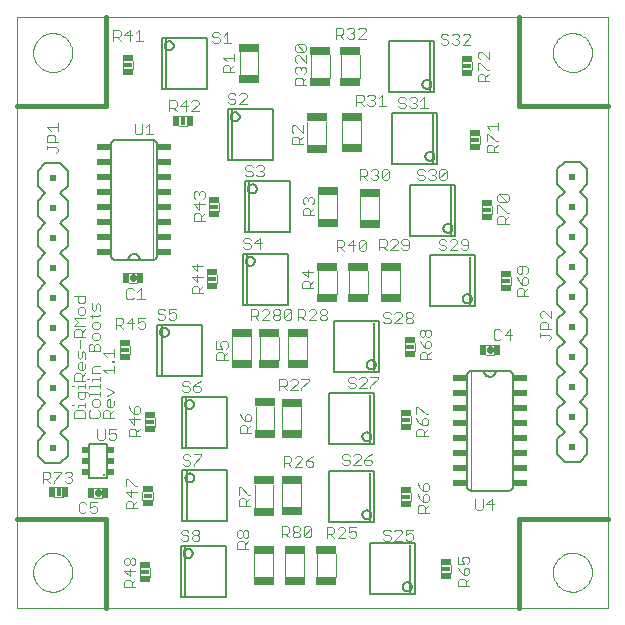
<source format=gto>
G75*
G70*
%OFA0B0*%
%FSLAX24Y24*%
%IPPOS*%
%LPD*%
%AMOC8*
5,1,8,0,0,1.08239X$1,22.5*
%
%ADD10C,0.0000*%
%ADD11C,0.0160*%
%ADD12C,0.0030*%
%ADD13C,0.0060*%
%ADD14C,0.0020*%
%ADD15R,0.0450X0.0200*%
%ADD16C,0.0040*%
%ADD17R,0.0669X0.0295*%
%ADD18C,0.0050*%
%ADD19R,0.0374X0.0197*%
%ADD20R,0.0300X0.0180*%
%ADD21R,0.0197X0.0374*%
%ADD22R,0.0180X0.0300*%
%ADD23C,0.0079*%
%ADD24R,0.0236X0.0197*%
%ADD25C,0.0080*%
%ADD26R,0.0200X0.0200*%
%ADD27C,0.0220*%
D10*
X000180Y000180D02*
X000180Y019865D01*
X019865Y019865D01*
X019865Y000180D01*
X000180Y000180D01*
X000711Y001361D02*
X000713Y001411D01*
X000719Y001461D01*
X000729Y001511D01*
X000742Y001559D01*
X000759Y001607D01*
X000780Y001653D01*
X000804Y001697D01*
X000832Y001739D01*
X000863Y001779D01*
X000897Y001816D01*
X000934Y001851D01*
X000973Y001882D01*
X001014Y001911D01*
X001058Y001936D01*
X001104Y001958D01*
X001151Y001976D01*
X001199Y001990D01*
X001248Y002001D01*
X001298Y002008D01*
X001348Y002011D01*
X001399Y002010D01*
X001449Y002005D01*
X001499Y001996D01*
X001547Y001984D01*
X001595Y001967D01*
X001641Y001947D01*
X001686Y001924D01*
X001729Y001897D01*
X001769Y001867D01*
X001807Y001834D01*
X001842Y001798D01*
X001875Y001759D01*
X001904Y001718D01*
X001930Y001675D01*
X001953Y001630D01*
X001972Y001583D01*
X001987Y001535D01*
X001999Y001486D01*
X002007Y001436D01*
X002011Y001386D01*
X002011Y001336D01*
X002007Y001286D01*
X001999Y001236D01*
X001987Y001187D01*
X001972Y001139D01*
X001953Y001092D01*
X001930Y001047D01*
X001904Y001004D01*
X001875Y000963D01*
X001842Y000924D01*
X001807Y000888D01*
X001769Y000855D01*
X001729Y000825D01*
X001686Y000798D01*
X001641Y000775D01*
X001595Y000755D01*
X001547Y000738D01*
X001499Y000726D01*
X001449Y000717D01*
X001399Y000712D01*
X001348Y000711D01*
X001298Y000714D01*
X001248Y000721D01*
X001199Y000732D01*
X001151Y000746D01*
X001104Y000764D01*
X001058Y000786D01*
X001014Y000811D01*
X000973Y000840D01*
X000934Y000871D01*
X000897Y000906D01*
X000863Y000943D01*
X000832Y000983D01*
X000804Y001025D01*
X000780Y001069D01*
X000759Y001115D01*
X000742Y001163D01*
X000729Y001211D01*
X000719Y001261D01*
X000713Y001311D01*
X000711Y001361D01*
X000711Y018684D02*
X000713Y018734D01*
X000719Y018784D01*
X000729Y018834D01*
X000742Y018882D01*
X000759Y018930D01*
X000780Y018976D01*
X000804Y019020D01*
X000832Y019062D01*
X000863Y019102D01*
X000897Y019139D01*
X000934Y019174D01*
X000973Y019205D01*
X001014Y019234D01*
X001058Y019259D01*
X001104Y019281D01*
X001151Y019299D01*
X001199Y019313D01*
X001248Y019324D01*
X001298Y019331D01*
X001348Y019334D01*
X001399Y019333D01*
X001449Y019328D01*
X001499Y019319D01*
X001547Y019307D01*
X001595Y019290D01*
X001641Y019270D01*
X001686Y019247D01*
X001729Y019220D01*
X001769Y019190D01*
X001807Y019157D01*
X001842Y019121D01*
X001875Y019082D01*
X001904Y019041D01*
X001930Y018998D01*
X001953Y018953D01*
X001972Y018906D01*
X001987Y018858D01*
X001999Y018809D01*
X002007Y018759D01*
X002011Y018709D01*
X002011Y018659D01*
X002007Y018609D01*
X001999Y018559D01*
X001987Y018510D01*
X001972Y018462D01*
X001953Y018415D01*
X001930Y018370D01*
X001904Y018327D01*
X001875Y018286D01*
X001842Y018247D01*
X001807Y018211D01*
X001769Y018178D01*
X001729Y018148D01*
X001686Y018121D01*
X001641Y018098D01*
X001595Y018078D01*
X001547Y018061D01*
X001499Y018049D01*
X001449Y018040D01*
X001399Y018035D01*
X001348Y018034D01*
X001298Y018037D01*
X001248Y018044D01*
X001199Y018055D01*
X001151Y018069D01*
X001104Y018087D01*
X001058Y018109D01*
X001014Y018134D01*
X000973Y018163D01*
X000934Y018194D01*
X000897Y018229D01*
X000863Y018266D01*
X000832Y018306D01*
X000804Y018348D01*
X000780Y018392D01*
X000759Y018438D01*
X000742Y018486D01*
X000729Y018534D01*
X000719Y018584D01*
X000713Y018634D01*
X000711Y018684D01*
X018034Y018684D02*
X018036Y018734D01*
X018042Y018784D01*
X018052Y018834D01*
X018065Y018882D01*
X018082Y018930D01*
X018103Y018976D01*
X018127Y019020D01*
X018155Y019062D01*
X018186Y019102D01*
X018220Y019139D01*
X018257Y019174D01*
X018296Y019205D01*
X018337Y019234D01*
X018381Y019259D01*
X018427Y019281D01*
X018474Y019299D01*
X018522Y019313D01*
X018571Y019324D01*
X018621Y019331D01*
X018671Y019334D01*
X018722Y019333D01*
X018772Y019328D01*
X018822Y019319D01*
X018870Y019307D01*
X018918Y019290D01*
X018964Y019270D01*
X019009Y019247D01*
X019052Y019220D01*
X019092Y019190D01*
X019130Y019157D01*
X019165Y019121D01*
X019198Y019082D01*
X019227Y019041D01*
X019253Y018998D01*
X019276Y018953D01*
X019295Y018906D01*
X019310Y018858D01*
X019322Y018809D01*
X019330Y018759D01*
X019334Y018709D01*
X019334Y018659D01*
X019330Y018609D01*
X019322Y018559D01*
X019310Y018510D01*
X019295Y018462D01*
X019276Y018415D01*
X019253Y018370D01*
X019227Y018327D01*
X019198Y018286D01*
X019165Y018247D01*
X019130Y018211D01*
X019092Y018178D01*
X019052Y018148D01*
X019009Y018121D01*
X018964Y018098D01*
X018918Y018078D01*
X018870Y018061D01*
X018822Y018049D01*
X018772Y018040D01*
X018722Y018035D01*
X018671Y018034D01*
X018621Y018037D01*
X018571Y018044D01*
X018522Y018055D01*
X018474Y018069D01*
X018427Y018087D01*
X018381Y018109D01*
X018337Y018134D01*
X018296Y018163D01*
X018257Y018194D01*
X018220Y018229D01*
X018186Y018266D01*
X018155Y018306D01*
X018127Y018348D01*
X018103Y018392D01*
X018082Y018438D01*
X018065Y018486D01*
X018052Y018534D01*
X018042Y018584D01*
X018036Y018634D01*
X018034Y018684D01*
X018034Y001361D02*
X018036Y001411D01*
X018042Y001461D01*
X018052Y001511D01*
X018065Y001559D01*
X018082Y001607D01*
X018103Y001653D01*
X018127Y001697D01*
X018155Y001739D01*
X018186Y001779D01*
X018220Y001816D01*
X018257Y001851D01*
X018296Y001882D01*
X018337Y001911D01*
X018381Y001936D01*
X018427Y001958D01*
X018474Y001976D01*
X018522Y001990D01*
X018571Y002001D01*
X018621Y002008D01*
X018671Y002011D01*
X018722Y002010D01*
X018772Y002005D01*
X018822Y001996D01*
X018870Y001984D01*
X018918Y001967D01*
X018964Y001947D01*
X019009Y001924D01*
X019052Y001897D01*
X019092Y001867D01*
X019130Y001834D01*
X019165Y001798D01*
X019198Y001759D01*
X019227Y001718D01*
X019253Y001675D01*
X019276Y001630D01*
X019295Y001583D01*
X019310Y001535D01*
X019322Y001486D01*
X019330Y001436D01*
X019334Y001386D01*
X019334Y001336D01*
X019330Y001286D01*
X019322Y001236D01*
X019310Y001187D01*
X019295Y001139D01*
X019276Y001092D01*
X019253Y001047D01*
X019227Y001004D01*
X019198Y000963D01*
X019165Y000924D01*
X019130Y000888D01*
X019092Y000855D01*
X019052Y000825D01*
X019009Y000798D01*
X018964Y000775D01*
X018918Y000755D01*
X018870Y000738D01*
X018822Y000726D01*
X018772Y000717D01*
X018722Y000712D01*
X018671Y000711D01*
X018621Y000714D01*
X018571Y000721D01*
X018522Y000732D01*
X018474Y000746D01*
X018427Y000764D01*
X018381Y000786D01*
X018337Y000811D01*
X018296Y000840D01*
X018257Y000871D01*
X018220Y000906D01*
X018186Y000943D01*
X018155Y000983D01*
X018127Y001025D01*
X018103Y001069D01*
X018082Y001115D01*
X018065Y001163D01*
X018052Y001211D01*
X018042Y001261D01*
X018036Y001311D01*
X018034Y001361D01*
D11*
X016912Y000180D02*
X016912Y003133D01*
X019865Y003133D01*
X019865Y016912D02*
X016912Y016912D01*
X016912Y019865D01*
X003133Y019865D02*
X003133Y016912D01*
X000180Y016912D01*
X000180Y003133D02*
X003133Y003133D01*
X003133Y000180D01*
D12*
X003749Y000865D02*
X003749Y001050D01*
X003810Y001112D01*
X003934Y001112D01*
X003995Y001050D01*
X003995Y000865D01*
X003995Y000988D02*
X004119Y001112D01*
X003934Y001233D02*
X003934Y001480D01*
X003995Y001601D02*
X003934Y001663D01*
X003934Y001786D01*
X003995Y001848D01*
X004057Y001848D01*
X004119Y001786D01*
X004119Y001663D01*
X004057Y001601D01*
X003995Y001601D01*
X003934Y001663D02*
X003872Y001601D01*
X003810Y001601D01*
X003749Y001663D01*
X003749Y001786D01*
X003810Y001848D01*
X003872Y001848D01*
X003934Y001786D01*
X004119Y001418D02*
X003749Y001418D01*
X003934Y001233D01*
X004119Y000865D02*
X003749Y000865D01*
X005637Y002470D02*
X005699Y002408D01*
X005822Y002408D01*
X005884Y002470D01*
X005884Y002531D01*
X005822Y002593D01*
X005699Y002593D01*
X005637Y002655D01*
X005637Y002717D01*
X005699Y002778D01*
X005822Y002778D01*
X005884Y002717D01*
X006005Y002717D02*
X006005Y002655D01*
X006067Y002593D01*
X006191Y002593D01*
X006252Y002531D01*
X006252Y002470D01*
X006191Y002408D01*
X006067Y002408D01*
X006005Y002470D01*
X006005Y002531D01*
X006067Y002593D01*
X006191Y002593D02*
X006252Y002655D01*
X006252Y002717D01*
X006191Y002778D01*
X006067Y002778D01*
X006005Y002717D01*
X007512Y002701D02*
X007512Y002578D01*
X007574Y002516D01*
X007636Y002516D01*
X007697Y002578D01*
X007697Y002701D01*
X007759Y002763D01*
X007821Y002763D01*
X007882Y002701D01*
X007882Y002578D01*
X007821Y002516D01*
X007759Y002516D01*
X007697Y002578D01*
X007697Y002701D02*
X007636Y002763D01*
X007574Y002763D01*
X007512Y002701D01*
X007574Y002395D02*
X007697Y002395D01*
X007759Y002333D01*
X007759Y002148D01*
X007759Y002271D02*
X007882Y002395D01*
X007882Y002148D02*
X007512Y002148D01*
X007512Y002333D01*
X007574Y002395D01*
X007562Y003580D02*
X007562Y003765D01*
X007623Y003827D01*
X007747Y003827D01*
X007808Y003765D01*
X007808Y003580D01*
X007808Y003704D02*
X007932Y003827D01*
X007932Y003949D02*
X007870Y003949D01*
X007623Y004195D01*
X007562Y004195D01*
X007562Y003949D01*
X007562Y003580D02*
X007932Y003580D01*
X008988Y002894D02*
X008988Y002523D01*
X008988Y002647D02*
X009173Y002647D01*
X009235Y002708D01*
X009235Y002832D01*
X009173Y002894D01*
X008988Y002894D01*
X009111Y002647D02*
X009235Y002523D01*
X009356Y002585D02*
X009356Y002647D01*
X009418Y002708D01*
X009541Y002708D01*
X009603Y002647D01*
X009603Y002585D01*
X009541Y002523D01*
X009418Y002523D01*
X009356Y002585D01*
X009418Y002708D02*
X009356Y002770D01*
X009356Y002832D01*
X009418Y002894D01*
X009541Y002894D01*
X009603Y002832D01*
X009603Y002770D01*
X009541Y002708D01*
X009725Y002585D02*
X009971Y002832D01*
X009971Y002585D01*
X009910Y002523D01*
X009786Y002523D01*
X009725Y002585D01*
X009725Y002832D01*
X009786Y002894D01*
X009910Y002894D01*
X009971Y002832D01*
X010495Y002875D02*
X010495Y002505D01*
X010495Y002628D02*
X010680Y002628D01*
X010742Y002690D01*
X010742Y002814D01*
X010680Y002875D01*
X010495Y002875D01*
X010618Y002628D02*
X010742Y002505D01*
X010863Y002505D02*
X011110Y002752D01*
X011110Y002814D01*
X011048Y002875D01*
X010925Y002875D01*
X010863Y002814D01*
X010863Y002505D02*
X011110Y002505D01*
X011232Y002567D02*
X011293Y002505D01*
X011417Y002505D01*
X011479Y002567D01*
X011479Y002690D01*
X011417Y002752D01*
X011355Y002752D01*
X011232Y002690D01*
X011232Y002875D01*
X011479Y002875D01*
X012385Y002724D02*
X012385Y002662D01*
X012447Y002600D01*
X012570Y002600D01*
X012632Y002538D01*
X012632Y002477D01*
X012570Y002415D01*
X012447Y002415D01*
X012385Y002477D01*
X012385Y002724D02*
X012447Y002785D01*
X012570Y002785D01*
X012632Y002724D01*
X012753Y002724D02*
X012815Y002785D01*
X012938Y002785D01*
X013000Y002724D01*
X013000Y002662D01*
X012753Y002415D01*
X013000Y002415D01*
X013122Y002477D02*
X013183Y002415D01*
X013307Y002415D01*
X013369Y002477D01*
X013369Y002600D01*
X013307Y002662D01*
X013245Y002662D01*
X013122Y002600D01*
X013122Y002785D01*
X013369Y002785D01*
X013525Y003340D02*
X013525Y003525D01*
X013586Y003587D01*
X013710Y003587D01*
X013772Y003525D01*
X013772Y003340D01*
X013895Y003340D02*
X013525Y003340D01*
X013772Y003463D02*
X013895Y003587D01*
X013833Y003708D02*
X013710Y003708D01*
X013710Y003894D01*
X013772Y003955D01*
X013833Y003955D01*
X013895Y003894D01*
X013895Y003770D01*
X013833Y003708D01*
X013710Y003708D02*
X013586Y003832D01*
X013525Y003955D01*
X013710Y004077D02*
X013586Y004200D01*
X013525Y004324D01*
X013710Y004262D02*
X013710Y004077D01*
X013833Y004077D01*
X013895Y004138D01*
X013895Y004262D01*
X013833Y004324D01*
X013772Y004324D01*
X013710Y004262D01*
X013732Y005890D02*
X013732Y006075D01*
X013670Y006137D01*
X013546Y006137D01*
X013485Y006075D01*
X013485Y005890D01*
X013855Y005890D01*
X013732Y006013D02*
X013855Y006137D01*
X013793Y006258D02*
X013855Y006320D01*
X013855Y006444D01*
X013793Y006505D01*
X013732Y006505D01*
X013670Y006444D01*
X013670Y006258D01*
X013793Y006258D01*
X013670Y006258D02*
X013546Y006382D01*
X013485Y006505D01*
X013485Y006627D02*
X013485Y006874D01*
X013546Y006874D01*
X013793Y006627D01*
X013855Y006627D01*
X013842Y008465D02*
X013842Y008650D01*
X013780Y008712D01*
X013656Y008712D01*
X013595Y008650D01*
X013595Y008465D01*
X013965Y008465D01*
X013842Y008588D02*
X013965Y008712D01*
X013903Y008833D02*
X013780Y008833D01*
X013780Y009018D01*
X013842Y009080D01*
X013903Y009080D01*
X013965Y009018D01*
X013965Y008895D01*
X013903Y008833D01*
X013780Y008833D02*
X013656Y008957D01*
X013595Y009080D01*
X013656Y009202D02*
X013595Y009263D01*
X013595Y009387D01*
X013656Y009449D01*
X013718Y009449D01*
X013780Y009387D01*
X013780Y009263D01*
X013718Y009202D01*
X013656Y009202D01*
X013780Y009263D02*
X013842Y009202D01*
X013903Y009202D01*
X013965Y009263D01*
X013965Y009387D01*
X013903Y009449D01*
X013842Y009449D01*
X013780Y009387D01*
X013369Y009717D02*
X013307Y009655D01*
X013183Y009655D01*
X013122Y009717D01*
X013122Y009778D01*
X013183Y009840D01*
X013307Y009840D01*
X013369Y009778D01*
X013369Y009717D01*
X013307Y009840D02*
X013369Y009902D01*
X013369Y009964D01*
X013307Y010025D01*
X013183Y010025D01*
X013122Y009964D01*
X013122Y009902D01*
X013183Y009840D01*
X013000Y009902D02*
X013000Y009964D01*
X012938Y010025D01*
X012815Y010025D01*
X012753Y009964D01*
X012632Y009964D02*
X012570Y010025D01*
X012447Y010025D01*
X012385Y009964D01*
X012385Y009902D01*
X012447Y009840D01*
X012570Y009840D01*
X012632Y009778D01*
X012632Y009717D01*
X012570Y009655D01*
X012447Y009655D01*
X012385Y009717D01*
X012753Y009655D02*
X013000Y009902D01*
X013000Y009655D02*
X012753Y009655D01*
X012199Y007865D02*
X011952Y007865D01*
X011830Y007804D02*
X011768Y007865D01*
X011645Y007865D01*
X011583Y007804D01*
X011462Y007804D02*
X011400Y007865D01*
X011277Y007865D01*
X011215Y007804D01*
X011215Y007742D01*
X011277Y007680D01*
X011400Y007680D01*
X011462Y007618D01*
X011462Y007557D01*
X011400Y007495D01*
X011277Y007495D01*
X011215Y007557D01*
X011583Y007495D02*
X011830Y007742D01*
X011830Y007804D01*
X011952Y007557D02*
X011952Y007495D01*
X011952Y007557D02*
X012199Y007804D01*
X012199Y007865D01*
X011830Y007495D02*
X011583Y007495D01*
X009899Y007744D02*
X009652Y007497D01*
X009652Y007435D01*
X009530Y007435D02*
X009283Y007435D01*
X009530Y007682D01*
X009530Y007744D01*
X009468Y007805D01*
X009345Y007805D01*
X009283Y007744D01*
X009162Y007744D02*
X009162Y007620D01*
X009100Y007558D01*
X008915Y007558D01*
X008915Y007435D02*
X008915Y007805D01*
X009100Y007805D01*
X009162Y007744D01*
X009038Y007558D02*
X009162Y007435D01*
X009652Y007805D02*
X009899Y007805D01*
X009899Y007744D01*
X009893Y009755D02*
X010140Y010002D01*
X010140Y010064D01*
X010078Y010125D01*
X009955Y010125D01*
X009893Y010064D01*
X009772Y010064D02*
X009772Y009940D01*
X009710Y009878D01*
X009525Y009878D01*
X009525Y009755D02*
X009525Y010125D01*
X009710Y010125D01*
X009772Y010064D01*
X009648Y009878D02*
X009772Y009755D01*
X009893Y009755D02*
X010140Y009755D01*
X010262Y009817D02*
X010262Y009878D01*
X010323Y009940D01*
X010447Y009940D01*
X010509Y009878D01*
X010509Y009817D01*
X010447Y009755D01*
X010323Y009755D01*
X010262Y009817D01*
X010323Y009940D02*
X010262Y010002D01*
X010262Y010064D01*
X010323Y010125D01*
X010447Y010125D01*
X010509Y010064D01*
X010509Y010002D01*
X010447Y009940D01*
X010048Y010824D02*
X009678Y010824D01*
X009678Y011009D01*
X009740Y011071D01*
X009863Y011071D01*
X009925Y011009D01*
X009925Y010824D01*
X009925Y010948D02*
X010048Y011071D01*
X009863Y011193D02*
X009863Y011439D01*
X009678Y011378D02*
X009863Y011193D01*
X010048Y011378D02*
X009678Y011378D01*
X010824Y012077D02*
X010824Y012448D01*
X011009Y012448D01*
X011071Y012386D01*
X011071Y012262D01*
X011009Y012201D01*
X010824Y012201D01*
X010948Y012201D02*
X011071Y012077D01*
X011193Y012262D02*
X011439Y012262D01*
X011561Y012139D02*
X011561Y012386D01*
X011623Y012448D01*
X011746Y012448D01*
X011808Y012386D01*
X011561Y012139D01*
X011623Y012077D01*
X011746Y012077D01*
X011808Y012139D01*
X011808Y012386D01*
X011378Y012448D02*
X011378Y012077D01*
X011193Y012262D02*
X011378Y012448D01*
X012245Y012465D02*
X012245Y012095D01*
X012245Y012218D02*
X012430Y012218D01*
X012492Y012280D01*
X012492Y012404D01*
X012430Y012465D01*
X012245Y012465D01*
X012613Y012404D02*
X012675Y012465D01*
X012798Y012465D01*
X012860Y012404D01*
X012860Y012342D01*
X012613Y012095D01*
X012860Y012095D01*
X012982Y012157D02*
X013043Y012095D01*
X013167Y012095D01*
X013229Y012157D01*
X013229Y012404D01*
X013167Y012465D01*
X013043Y012465D01*
X012982Y012404D01*
X012982Y012342D01*
X013043Y012280D01*
X013229Y012280D01*
X012492Y012095D02*
X012368Y012218D01*
X014225Y012157D02*
X014287Y012095D01*
X014410Y012095D01*
X014472Y012157D01*
X014472Y012218D01*
X014410Y012280D01*
X014287Y012280D01*
X014225Y012342D01*
X014225Y012404D01*
X014287Y012465D01*
X014410Y012465D01*
X014472Y012404D01*
X014593Y012404D02*
X014655Y012465D01*
X014778Y012465D01*
X014840Y012404D01*
X014840Y012342D01*
X014593Y012095D01*
X014840Y012095D01*
X014962Y012157D02*
X015023Y012095D01*
X015147Y012095D01*
X015209Y012157D01*
X015209Y012404D01*
X015147Y012465D01*
X015023Y012465D01*
X014962Y012404D01*
X014962Y012342D01*
X015023Y012280D01*
X015209Y012280D01*
X016185Y012975D02*
X016185Y013160D01*
X016246Y013222D01*
X016370Y013222D01*
X016432Y013160D01*
X016432Y012975D01*
X016555Y012975D02*
X016185Y012975D01*
X016432Y013098D02*
X016555Y013222D01*
X016555Y013343D02*
X016493Y013343D01*
X016246Y013590D01*
X016185Y013590D01*
X016185Y013343D01*
X016246Y013712D02*
X016185Y013773D01*
X016185Y013897D01*
X016246Y013959D01*
X016493Y013712D01*
X016555Y013773D01*
X016555Y013897D01*
X016493Y013959D01*
X016246Y013959D01*
X016246Y013712D02*
X016493Y013712D01*
X016195Y015365D02*
X015825Y015365D01*
X015825Y015550D01*
X015886Y015612D01*
X016010Y015612D01*
X016072Y015550D01*
X016072Y015365D01*
X016072Y015488D02*
X016195Y015612D01*
X016195Y015733D02*
X016133Y015733D01*
X015886Y015980D01*
X015825Y015980D01*
X015825Y015733D01*
X015948Y016102D02*
X015825Y016225D01*
X016195Y016225D01*
X016195Y016102D02*
X016195Y016349D01*
X015905Y017735D02*
X015535Y017735D01*
X015535Y017920D01*
X015596Y017982D01*
X015720Y017982D01*
X015782Y017920D01*
X015782Y017735D01*
X015782Y017858D02*
X015905Y017982D01*
X015905Y018103D02*
X015843Y018103D01*
X015596Y018350D01*
X015535Y018350D01*
X015535Y018103D01*
X015596Y018472D02*
X015535Y018533D01*
X015535Y018657D01*
X015596Y018719D01*
X015658Y018719D01*
X015905Y018472D01*
X015905Y018719D01*
X015279Y018945D02*
X015032Y018945D01*
X015279Y019192D01*
X015279Y019254D01*
X015217Y019315D01*
X015093Y019315D01*
X015032Y019254D01*
X014910Y019254D02*
X014910Y019192D01*
X014848Y019130D01*
X014910Y019068D01*
X014910Y019007D01*
X014848Y018945D01*
X014725Y018945D01*
X014663Y019007D01*
X014542Y019007D02*
X014542Y019068D01*
X014480Y019130D01*
X014357Y019130D01*
X014295Y019192D01*
X014295Y019254D01*
X014357Y019315D01*
X014480Y019315D01*
X014542Y019254D01*
X014663Y019254D02*
X014725Y019315D01*
X014848Y019315D01*
X014910Y019254D01*
X014848Y019130D02*
X014787Y019130D01*
X014542Y019007D02*
X014480Y018945D01*
X014357Y018945D01*
X014295Y019007D01*
X013735Y017195D02*
X013612Y017072D01*
X013490Y017072D02*
X013428Y017010D01*
X013490Y016948D01*
X013490Y016887D01*
X013428Y016825D01*
X013305Y016825D01*
X013243Y016887D01*
X013122Y016887D02*
X013060Y016825D01*
X012937Y016825D01*
X012875Y016887D01*
X012937Y017010D02*
X013060Y017010D01*
X013122Y016948D01*
X013122Y016887D01*
X012937Y017010D02*
X012875Y017072D01*
X012875Y017134D01*
X012937Y017195D01*
X013060Y017195D01*
X013122Y017134D01*
X013243Y017134D02*
X013305Y017195D01*
X013428Y017195D01*
X013490Y017134D01*
X013490Y017072D01*
X013428Y017010D02*
X013367Y017010D01*
X013612Y016825D02*
X013859Y016825D01*
X013735Y016825D02*
X013735Y017195D01*
X012469Y016915D02*
X012222Y016915D01*
X012345Y016915D02*
X012345Y017285D01*
X012222Y017162D01*
X012100Y017162D02*
X012038Y017100D01*
X012100Y017038D01*
X012100Y016977D01*
X012038Y016915D01*
X011915Y016915D01*
X011853Y016977D01*
X011732Y016915D02*
X011608Y017038D01*
X011670Y017038D02*
X011485Y017038D01*
X011485Y016915D02*
X011485Y017285D01*
X011670Y017285D01*
X011732Y017224D01*
X011732Y017100D01*
X011670Y017038D01*
X011853Y017224D02*
X011915Y017285D01*
X012038Y017285D01*
X012100Y017224D01*
X012100Y017162D01*
X012038Y017100D02*
X011977Y017100D01*
X011789Y019145D02*
X011542Y019145D01*
X011789Y019392D01*
X011789Y019454D01*
X011727Y019515D01*
X011603Y019515D01*
X011542Y019454D01*
X011420Y019454D02*
X011420Y019392D01*
X011358Y019330D01*
X011420Y019268D01*
X011420Y019207D01*
X011358Y019145D01*
X011235Y019145D01*
X011173Y019207D01*
X011052Y019145D02*
X010928Y019268D01*
X010990Y019268D02*
X010805Y019268D01*
X010805Y019145D02*
X010805Y019515D01*
X010990Y019515D01*
X011052Y019454D01*
X011052Y019330D01*
X010990Y019268D01*
X011173Y019454D02*
X011235Y019515D01*
X011358Y019515D01*
X011420Y019454D01*
X011358Y019330D02*
X011297Y019330D01*
X009815Y018895D02*
X009815Y018772D01*
X009753Y018710D01*
X009506Y018957D01*
X009753Y018957D01*
X009815Y018895D01*
X009753Y018710D02*
X009506Y018710D01*
X009445Y018772D01*
X009445Y018895D01*
X009506Y018957D01*
X009506Y018589D02*
X009445Y018527D01*
X009445Y018403D01*
X009506Y018342D01*
X009506Y018220D02*
X009568Y018220D01*
X009630Y018158D01*
X009692Y018220D01*
X009753Y018220D01*
X009815Y018158D01*
X009815Y018035D01*
X009753Y017973D01*
X009815Y017852D02*
X009692Y017728D01*
X009692Y017790D02*
X009692Y017605D01*
X009815Y017605D02*
X009445Y017605D01*
X009445Y017790D01*
X009506Y017852D01*
X009630Y017852D01*
X009692Y017790D01*
X009506Y017973D02*
X009445Y018035D01*
X009445Y018158D01*
X009506Y018220D01*
X009630Y018158D02*
X009630Y018097D01*
X009815Y018342D02*
X009568Y018589D01*
X009506Y018589D01*
X009815Y018589D02*
X009815Y018342D01*
X007822Y017274D02*
X007822Y017212D01*
X007575Y016965D01*
X007822Y016965D01*
X007822Y017274D02*
X007760Y017336D01*
X007636Y017336D01*
X007575Y017274D01*
X007453Y017274D02*
X007392Y017336D01*
X007268Y017336D01*
X007206Y017274D01*
X007206Y017212D01*
X007268Y017151D01*
X007392Y017151D01*
X007453Y017089D01*
X007453Y017027D01*
X007392Y016965D01*
X007268Y016965D01*
X007206Y017027D01*
X006233Y017032D02*
X006172Y017094D01*
X006048Y017094D01*
X005986Y017032D01*
X005865Y016909D02*
X005618Y016909D01*
X005803Y017094D01*
X005803Y016724D01*
X005986Y016724D02*
X006233Y016971D01*
X006233Y017032D01*
X006233Y016724D02*
X005986Y016724D01*
X005497Y016724D02*
X005373Y016847D01*
X005435Y016847D02*
X005250Y016847D01*
X005250Y016724D02*
X005250Y017094D01*
X005435Y017094D01*
X005497Y017032D01*
X005497Y016909D01*
X005435Y016847D01*
X007031Y018025D02*
X007031Y018210D01*
X007093Y018271D01*
X007217Y018271D01*
X007278Y018210D01*
X007278Y018025D01*
X007278Y018148D02*
X007402Y018271D01*
X007402Y018393D02*
X007402Y018640D01*
X007402Y018516D02*
X007031Y018516D01*
X007155Y018393D01*
X007031Y018025D02*
X007402Y018025D01*
X007302Y019005D02*
X007055Y019005D01*
X007178Y019005D02*
X007178Y019375D01*
X007055Y019251D01*
X006933Y019313D02*
X006872Y019375D01*
X006748Y019375D01*
X006686Y019313D01*
X006686Y019251D01*
X006748Y019190D01*
X006872Y019190D01*
X006933Y019128D01*
X006933Y019066D01*
X006872Y019005D01*
X006748Y019005D01*
X006686Y019066D01*
X004369Y019075D02*
X004122Y019075D01*
X004245Y019075D02*
X004245Y019445D01*
X004122Y019322D01*
X004000Y019260D02*
X003753Y019260D01*
X003938Y019445D01*
X003938Y019075D01*
X003632Y019075D02*
X003508Y019198D01*
X003570Y019198D02*
X003385Y019198D01*
X003385Y019075D02*
X003385Y019445D01*
X003570Y019445D01*
X003632Y019384D01*
X003632Y019260D01*
X003570Y019198D01*
X007840Y014927D02*
X007778Y014865D01*
X007778Y014803D01*
X007840Y014742D01*
X007964Y014742D01*
X008025Y014680D01*
X008025Y014618D01*
X007964Y014556D01*
X007840Y014556D01*
X007778Y014618D01*
X007840Y014927D02*
X007964Y014927D01*
X008025Y014865D01*
X008147Y014865D02*
X008208Y014927D01*
X008332Y014927D01*
X008394Y014865D01*
X008394Y014803D01*
X008332Y014742D01*
X008394Y014680D01*
X008394Y014618D01*
X008332Y014556D01*
X008208Y014556D01*
X008147Y014618D01*
X008270Y014742D02*
X008332Y014742D01*
X009321Y015639D02*
X009321Y015824D01*
X009383Y015885D01*
X009507Y015885D01*
X009568Y015824D01*
X009568Y015639D01*
X009568Y015762D02*
X009692Y015885D01*
X009692Y016007D02*
X009445Y016254D01*
X009383Y016254D01*
X009321Y016192D01*
X009321Y016069D01*
X009383Y016007D01*
X009321Y015639D02*
X009692Y015639D01*
X009692Y016007D02*
X009692Y016254D01*
X011595Y014805D02*
X011595Y014435D01*
X011595Y014558D02*
X011780Y014558D01*
X011842Y014620D01*
X011842Y014744D01*
X011780Y014805D01*
X011595Y014805D01*
X011718Y014558D02*
X011842Y014435D01*
X011963Y014497D02*
X012025Y014435D01*
X012148Y014435D01*
X012210Y014497D01*
X012210Y014558D01*
X012148Y014620D01*
X012087Y014620D01*
X012148Y014620D02*
X012210Y014682D01*
X012210Y014744D01*
X012148Y014805D01*
X012025Y014805D01*
X011963Y014744D01*
X012332Y014744D02*
X012332Y014497D01*
X012579Y014744D01*
X012579Y014497D01*
X012517Y014435D01*
X012393Y014435D01*
X012332Y014497D01*
X012332Y014744D02*
X012393Y014805D01*
X012517Y014805D01*
X012579Y014744D01*
X013515Y014734D02*
X013515Y014672D01*
X013577Y014610D01*
X013700Y014610D01*
X013762Y014548D01*
X013762Y014487D01*
X013700Y014425D01*
X013577Y014425D01*
X013515Y014487D01*
X013515Y014734D02*
X013577Y014795D01*
X013700Y014795D01*
X013762Y014734D01*
X013883Y014734D02*
X013945Y014795D01*
X014068Y014795D01*
X014130Y014734D01*
X014130Y014672D01*
X014068Y014610D01*
X014130Y014548D01*
X014130Y014487D01*
X014068Y014425D01*
X013945Y014425D01*
X013883Y014487D01*
X014007Y014610D02*
X014068Y014610D01*
X014252Y014487D02*
X014313Y014425D01*
X014437Y014425D01*
X014499Y014487D01*
X014499Y014734D01*
X014252Y014487D01*
X014252Y014734D01*
X014313Y014795D01*
X014437Y014795D01*
X014499Y014734D01*
X016896Y011564D02*
X016835Y011502D01*
X016835Y011378D01*
X016896Y011317D01*
X016958Y011317D01*
X017020Y011378D01*
X017020Y011564D01*
X017143Y011564D02*
X016896Y011564D01*
X017143Y011564D02*
X017205Y011502D01*
X017205Y011378D01*
X017143Y011317D01*
X017143Y011195D02*
X017082Y011195D01*
X017020Y011134D01*
X017020Y010948D01*
X017143Y010948D01*
X017205Y011010D01*
X017205Y011134D01*
X017143Y011195D01*
X016896Y011072D02*
X017020Y010948D01*
X017020Y010827D02*
X017082Y010765D01*
X017082Y010580D01*
X017205Y010580D02*
X016835Y010580D01*
X016835Y010765D01*
X016896Y010827D01*
X017020Y010827D01*
X017082Y010703D02*
X017205Y010827D01*
X016896Y011072D02*
X016835Y011195D01*
X016608Y009465D02*
X016423Y009280D01*
X016670Y009280D01*
X016608Y009095D02*
X016608Y009465D01*
X016302Y009404D02*
X016240Y009465D01*
X016117Y009465D01*
X016055Y009404D01*
X016055Y009157D01*
X016117Y009095D01*
X016240Y009095D01*
X016302Y009157D01*
X011999Y005305D02*
X011875Y005244D01*
X011752Y005120D01*
X011937Y005120D01*
X011999Y005058D01*
X011999Y004997D01*
X011937Y004935D01*
X011813Y004935D01*
X011752Y004997D01*
X011752Y005120D01*
X011630Y005182D02*
X011630Y005244D01*
X011568Y005305D01*
X011445Y005305D01*
X011383Y005244D01*
X011262Y005244D02*
X011200Y005305D01*
X011077Y005305D01*
X011015Y005244D01*
X011015Y005182D01*
X011077Y005120D01*
X011200Y005120D01*
X011262Y005058D01*
X011262Y004997D01*
X011200Y004935D01*
X011077Y004935D01*
X011015Y004997D01*
X011383Y004935D02*
X011630Y005182D01*
X011630Y004935D02*
X011383Y004935D01*
X010049Y004937D02*
X010049Y004998D01*
X009987Y005060D01*
X009802Y005060D01*
X009802Y004937D01*
X009863Y004875D01*
X009987Y004875D01*
X010049Y004937D01*
X009802Y005060D02*
X009925Y005184D01*
X010049Y005245D01*
X009680Y005184D02*
X009618Y005245D01*
X009495Y005245D01*
X009433Y005184D01*
X009312Y005184D02*
X009250Y005245D01*
X009065Y005245D01*
X009065Y004875D01*
X009065Y004998D02*
X009250Y004998D01*
X009312Y005060D01*
X009312Y005184D01*
X009188Y004998D02*
X009312Y004875D01*
X009433Y004875D02*
X009680Y005122D01*
X009680Y005184D01*
X009680Y004875D02*
X009433Y004875D01*
X007970Y006020D02*
X007600Y006020D01*
X007600Y006205D01*
X007662Y006267D01*
X007785Y006267D01*
X007847Y006205D01*
X007847Y006020D01*
X007847Y006143D02*
X007970Y006267D01*
X007908Y006388D02*
X007970Y006450D01*
X007970Y006573D01*
X007908Y006635D01*
X007847Y006635D01*
X007785Y006573D01*
X007785Y006388D01*
X007908Y006388D01*
X007785Y006388D02*
X007662Y006512D01*
X007600Y006635D01*
X006300Y007432D02*
X006238Y007370D01*
X006115Y007370D01*
X006053Y007432D01*
X006053Y007555D01*
X006238Y007555D01*
X006300Y007493D01*
X006300Y007432D01*
X006177Y007678D02*
X006053Y007555D01*
X005932Y007493D02*
X005932Y007432D01*
X005870Y007370D01*
X005746Y007370D01*
X005685Y007432D01*
X005746Y007555D02*
X005870Y007555D01*
X005932Y007493D01*
X005932Y007678D02*
X005870Y007740D01*
X005746Y007740D01*
X005685Y007678D01*
X005685Y007617D01*
X005746Y007555D01*
X006177Y007678D02*
X006300Y007740D01*
X006819Y008452D02*
X006819Y008637D01*
X006880Y008699D01*
X007004Y008699D01*
X007066Y008637D01*
X007066Y008452D01*
X007189Y008452D02*
X006819Y008452D01*
X007066Y008575D02*
X007189Y008699D01*
X007127Y008820D02*
X007189Y008882D01*
X007189Y009005D01*
X007127Y009067D01*
X007004Y009067D01*
X006942Y009005D01*
X006942Y008944D01*
X007004Y008820D01*
X006819Y008820D01*
X006819Y009067D01*
X007965Y009765D02*
X007965Y010135D01*
X008150Y010135D01*
X008212Y010074D01*
X008212Y009950D01*
X008150Y009888D01*
X007965Y009888D01*
X008088Y009888D02*
X008212Y009765D01*
X008333Y009765D02*
X008580Y010012D01*
X008580Y010074D01*
X008518Y010135D01*
X008395Y010135D01*
X008333Y010074D01*
X008333Y009765D02*
X008580Y009765D01*
X008702Y009827D02*
X008702Y009888D01*
X008763Y009950D01*
X008887Y009950D01*
X008949Y009888D01*
X008949Y009827D01*
X008887Y009765D01*
X008763Y009765D01*
X008702Y009827D01*
X008763Y009950D02*
X008702Y010012D01*
X008702Y010074D01*
X008763Y010135D01*
X008887Y010135D01*
X008949Y010074D01*
X008949Y010012D01*
X008887Y009950D01*
X009070Y009827D02*
X009132Y009765D01*
X009255Y009765D01*
X009317Y009827D01*
X009317Y010074D01*
X009070Y009827D01*
X009070Y010074D01*
X009132Y010135D01*
X009255Y010135D01*
X009317Y010074D01*
X008267Y012144D02*
X008267Y012515D01*
X008081Y012329D01*
X008328Y012329D01*
X007960Y012268D02*
X007960Y012206D01*
X007898Y012144D01*
X007775Y012144D01*
X007713Y012206D01*
X007775Y012329D02*
X007898Y012329D01*
X007960Y012268D01*
X007960Y012453D02*
X007898Y012515D01*
X007775Y012515D01*
X007713Y012453D01*
X007713Y012391D01*
X007775Y012329D01*
X006425Y013082D02*
X006055Y013082D01*
X006055Y013267D01*
X006117Y013329D01*
X006240Y013329D01*
X006302Y013267D01*
X006302Y013082D01*
X006302Y013205D02*
X006425Y013329D01*
X006240Y013450D02*
X006240Y013697D01*
X006363Y013819D02*
X006425Y013880D01*
X006425Y014004D01*
X006363Y014066D01*
X006302Y014066D01*
X006240Y014004D01*
X006240Y013942D01*
X006240Y014004D02*
X006178Y014066D01*
X006117Y014066D01*
X006055Y014004D01*
X006055Y013880D01*
X006117Y013819D01*
X006055Y013635D02*
X006240Y013450D01*
X006425Y013635D02*
X006055Y013635D01*
X006179Y011638D02*
X006179Y011391D01*
X005994Y011576D01*
X006365Y011576D01*
X006179Y011269D02*
X006179Y011023D01*
X005994Y011208D01*
X006365Y011208D01*
X006365Y010901D02*
X006241Y010778D01*
X006241Y010839D02*
X006241Y010654D01*
X006365Y010654D02*
X005994Y010654D01*
X005994Y010839D01*
X006056Y010901D01*
X006179Y010901D01*
X006241Y010839D01*
X005469Y010152D02*
X005222Y010152D01*
X005222Y009967D01*
X005345Y010029D01*
X005407Y010029D01*
X005469Y009967D01*
X005469Y009844D01*
X005407Y009782D01*
X005284Y009782D01*
X005222Y009844D01*
X005101Y009844D02*
X005039Y009782D01*
X004915Y009782D01*
X004854Y009844D01*
X004915Y009967D02*
X005039Y009967D01*
X005101Y009905D01*
X005101Y009844D01*
X004915Y009967D02*
X004854Y010029D01*
X004854Y010091D01*
X004915Y010152D01*
X005039Y010152D01*
X005101Y010091D01*
X004440Y009850D02*
X004193Y009850D01*
X004193Y009665D01*
X004316Y009727D01*
X004378Y009727D01*
X004440Y009665D01*
X004440Y009542D01*
X004378Y009480D01*
X004255Y009480D01*
X004193Y009542D01*
X004072Y009665D02*
X003825Y009665D01*
X004010Y009850D01*
X004010Y009480D01*
X003703Y009480D02*
X003580Y009603D01*
X003642Y009603D02*
X003456Y009603D01*
X003456Y009480D02*
X003456Y009850D01*
X003642Y009850D01*
X003703Y009789D01*
X003703Y009665D01*
X003642Y009603D01*
X002925Y009647D02*
X002925Y009523D01*
X002863Y009462D01*
X002740Y009462D01*
X002678Y009523D01*
X002678Y009647D01*
X002740Y009708D01*
X002863Y009708D01*
X002925Y009647D01*
X002863Y009892D02*
X002616Y009892D01*
X002678Y009953D02*
X002678Y009830D01*
X002863Y009892D02*
X002925Y009953D01*
X002925Y010075D02*
X002925Y010261D01*
X002863Y010322D01*
X002802Y010261D01*
X002802Y010137D01*
X002740Y010075D01*
X002678Y010137D01*
X002678Y010322D01*
X002445Y010383D02*
X002445Y010568D01*
X002075Y010568D01*
X002198Y010568D02*
X002198Y010383D01*
X002260Y010321D01*
X002383Y010321D01*
X002445Y010383D01*
X002383Y010199D02*
X002260Y010199D01*
X002198Y010138D01*
X002198Y010014D01*
X002260Y009953D01*
X002383Y009953D01*
X002445Y010014D01*
X002445Y010138D01*
X002383Y010199D01*
X002445Y009831D02*
X002075Y009831D01*
X002198Y009708D01*
X002075Y009584D01*
X002445Y009584D01*
X002445Y009463D02*
X002322Y009339D01*
X002322Y009401D02*
X002322Y009216D01*
X002445Y009216D02*
X002075Y009216D01*
X002075Y009401D01*
X002136Y009463D01*
X002260Y009463D01*
X002322Y009401D01*
X002260Y009095D02*
X002260Y008848D01*
X002198Y008726D02*
X002198Y008541D01*
X002260Y008479D01*
X002322Y008541D01*
X002322Y008665D01*
X002383Y008726D01*
X002445Y008665D01*
X002445Y008479D01*
X002322Y008358D02*
X002322Y008111D01*
X002383Y008111D02*
X002260Y008111D01*
X002198Y008173D01*
X002198Y008296D01*
X002260Y008358D01*
X002322Y008358D01*
X002445Y008296D02*
X002445Y008173D01*
X002383Y008111D01*
X002445Y007990D02*
X002322Y007866D01*
X002322Y007928D02*
X002322Y007743D01*
X002445Y007743D02*
X002075Y007743D01*
X002075Y007928D01*
X002136Y007990D01*
X002260Y007990D01*
X002322Y007928D01*
X002493Y007804D02*
X002555Y007804D01*
X002678Y007804D02*
X002925Y007804D01*
X002925Y007743D02*
X002925Y007866D01*
X002925Y007988D02*
X002678Y007988D01*
X002678Y008173D01*
X002740Y008235D01*
X002925Y008235D01*
X003035Y008112D02*
X003405Y008112D01*
X003405Y008235D02*
X003405Y007988D01*
X003158Y007988D02*
X003035Y008112D01*
X003343Y008357D02*
X003343Y008418D01*
X003405Y008418D01*
X003405Y008357D01*
X003343Y008357D01*
X003405Y008541D02*
X003405Y008788D01*
X003405Y008664D02*
X003035Y008664D01*
X003158Y008541D01*
X002925Y008725D02*
X002925Y008910D01*
X002863Y008972D01*
X002802Y008972D01*
X002740Y008910D01*
X002740Y008725D01*
X002925Y008725D02*
X002555Y008725D01*
X002555Y008910D01*
X002616Y008972D01*
X002678Y008972D01*
X002740Y008910D01*
X002740Y009093D02*
X002863Y009093D01*
X002925Y009155D01*
X002925Y009278D01*
X002863Y009340D01*
X002740Y009340D01*
X002678Y009278D01*
X002678Y009155D01*
X002740Y009093D01*
X002678Y007804D02*
X002678Y007743D01*
X002555Y007559D02*
X002925Y007559D01*
X002925Y007497D02*
X002925Y007621D01*
X003158Y007499D02*
X003405Y007375D01*
X003158Y007252D01*
X003220Y007130D02*
X003158Y007068D01*
X003158Y006945D01*
X003220Y006883D01*
X003343Y006883D01*
X003405Y006945D01*
X003405Y007068D01*
X003282Y007130D02*
X003282Y006883D01*
X003220Y006762D02*
X003096Y006762D01*
X003035Y006700D01*
X003035Y006515D01*
X003405Y006515D01*
X003282Y006515D02*
X003282Y006700D01*
X003220Y006762D01*
X003282Y006638D02*
X003405Y006762D01*
X003282Y007130D02*
X003220Y007130D01*
X002925Y007068D02*
X002925Y006945D01*
X002863Y006883D01*
X002740Y006883D01*
X002678Y006945D01*
X002678Y007068D01*
X002740Y007130D01*
X002863Y007130D01*
X002925Y007068D01*
X002925Y007252D02*
X002925Y007375D01*
X002925Y007313D02*
X002555Y007313D01*
X002555Y007252D01*
X002568Y007252D02*
X002568Y007314D01*
X002507Y007376D01*
X002198Y007376D01*
X002198Y007191D01*
X002260Y007129D01*
X002383Y007129D01*
X002445Y007191D01*
X002445Y007376D01*
X002445Y007497D02*
X002445Y007621D01*
X002445Y007559D02*
X002198Y007559D01*
X002198Y007497D01*
X002075Y007559D02*
X002013Y007559D01*
X002555Y007559D02*
X002555Y007497D01*
X002445Y007007D02*
X002445Y006883D01*
X002445Y006945D02*
X002198Y006945D01*
X002198Y006883D01*
X002136Y006762D02*
X002075Y006700D01*
X002075Y006515D01*
X002445Y006515D01*
X002445Y006700D01*
X002383Y006762D01*
X002136Y006762D01*
X002075Y006945D02*
X002013Y006945D01*
X002555Y006700D02*
X002555Y006577D01*
X002616Y006515D01*
X002863Y006515D01*
X002925Y006577D01*
X002925Y006700D01*
X002863Y006762D01*
X002616Y006762D02*
X002555Y006700D01*
X003888Y006889D02*
X003949Y006766D01*
X004073Y006642D01*
X004073Y006827D01*
X004134Y006889D01*
X004196Y006889D01*
X004258Y006827D01*
X004258Y006704D01*
X004196Y006642D01*
X004073Y006642D01*
X004073Y006521D02*
X004073Y006274D01*
X003888Y006459D01*
X004258Y006459D01*
X004258Y006152D02*
X004134Y006029D01*
X004134Y006091D02*
X004134Y005905D01*
X004258Y005905D02*
X003888Y005905D01*
X003888Y006091D01*
X003949Y006152D01*
X004073Y006152D01*
X004134Y006091D01*
X003859Y004478D02*
X003798Y004478D01*
X003798Y004231D01*
X003798Y004048D02*
X003983Y003863D01*
X003983Y004110D01*
X004106Y004231D02*
X004168Y004231D01*
X004106Y004231D02*
X003859Y004478D01*
X003798Y004048D02*
X004168Y004048D01*
X004168Y003741D02*
X004044Y003618D01*
X004044Y003680D02*
X004044Y003495D01*
X004168Y003495D02*
X003798Y003495D01*
X003798Y003680D01*
X003859Y003741D01*
X003983Y003741D01*
X004044Y003680D01*
X002844Y003705D02*
X002597Y003705D01*
X002597Y003520D01*
X002720Y003582D01*
X002782Y003582D01*
X002844Y003520D01*
X002844Y003397D01*
X002782Y003335D01*
X002658Y003335D01*
X002597Y003397D01*
X002475Y003397D02*
X002414Y003335D01*
X002290Y003335D01*
X002228Y003397D01*
X002228Y003644D01*
X002290Y003705D01*
X002414Y003705D01*
X002475Y003644D01*
X001944Y004349D02*
X001821Y004349D01*
X001759Y004410D01*
X001882Y004534D02*
X001944Y004534D01*
X002006Y004472D01*
X002006Y004410D01*
X001944Y004349D01*
X001944Y004534D02*
X002006Y004596D01*
X002006Y004657D01*
X001944Y004719D01*
X001821Y004719D01*
X001759Y004657D01*
X001637Y004657D02*
X001391Y004410D01*
X001391Y004349D01*
X001269Y004349D02*
X001146Y004472D01*
X001207Y004472D02*
X001022Y004472D01*
X001022Y004349D02*
X001022Y004719D01*
X001207Y004719D01*
X001269Y004657D01*
X001269Y004534D01*
X001207Y004472D01*
X001391Y004719D02*
X001637Y004719D01*
X001637Y004657D01*
X005700Y004982D02*
X005761Y004920D01*
X005885Y004920D01*
X005947Y004982D01*
X005947Y005044D01*
X005885Y005105D01*
X005761Y005105D01*
X005700Y005167D01*
X005700Y005229D01*
X005761Y005291D01*
X005885Y005291D01*
X005947Y005229D01*
X006068Y005291D02*
X006315Y005291D01*
X006315Y005229D01*
X006068Y004982D01*
X006068Y004920D01*
X004430Y010455D02*
X004183Y010455D01*
X004307Y010455D02*
X004307Y010825D01*
X004183Y010702D01*
X004062Y010764D02*
X004000Y010825D01*
X003877Y010825D01*
X003815Y010764D01*
X003815Y010517D01*
X003877Y010455D01*
X004000Y010455D01*
X004062Y010517D01*
X009694Y013256D02*
X009694Y013442D01*
X009755Y013503D01*
X009879Y013503D01*
X009940Y013442D01*
X009940Y013256D01*
X010064Y013256D02*
X009694Y013256D01*
X009940Y013380D02*
X010064Y013503D01*
X010002Y013625D02*
X010064Y013686D01*
X010064Y013810D01*
X010002Y013872D01*
X009940Y013872D01*
X009879Y013810D01*
X009879Y013748D01*
X009879Y013810D02*
X009817Y013872D01*
X009755Y013872D01*
X009694Y013810D01*
X009694Y013686D01*
X009755Y013625D01*
X014875Y001884D02*
X014875Y001637D01*
X015060Y001637D01*
X014998Y001760D01*
X014998Y001822D01*
X015060Y001884D01*
X015183Y001884D01*
X015245Y001822D01*
X015245Y001698D01*
X015183Y001637D01*
X015183Y001515D02*
X015122Y001515D01*
X015060Y001454D01*
X015060Y001268D01*
X015183Y001268D01*
X015245Y001330D01*
X015245Y001454D01*
X015183Y001515D01*
X014936Y001392D02*
X015060Y001268D01*
X015060Y001147D02*
X014936Y001147D01*
X014875Y001085D01*
X014875Y000900D01*
X015245Y000900D01*
X015122Y000900D02*
X015122Y001085D01*
X015060Y001147D01*
X015122Y001023D02*
X015245Y001147D01*
X014936Y001392D02*
X014875Y001515D01*
D13*
X015310Y004080D02*
X016550Y004080D01*
X016573Y004082D01*
X016596Y004087D01*
X016618Y004096D01*
X016638Y004109D01*
X016656Y004124D01*
X016671Y004142D01*
X016684Y004162D01*
X016693Y004184D01*
X016698Y004207D01*
X016700Y004230D01*
X016700Y007930D01*
X016698Y007953D01*
X016693Y007976D01*
X016684Y007998D01*
X016671Y008018D01*
X016656Y008036D01*
X016638Y008051D01*
X016618Y008064D01*
X016596Y008073D01*
X016573Y008078D01*
X016550Y008080D01*
X016130Y008080D01*
X015730Y008080D01*
X015310Y008080D01*
X015287Y008078D01*
X015264Y008073D01*
X015242Y008064D01*
X015222Y008051D01*
X015204Y008036D01*
X015189Y008018D01*
X015176Y007998D01*
X015167Y007976D01*
X015162Y007953D01*
X015160Y007930D01*
X015160Y004230D01*
X015162Y004207D01*
X015167Y004184D01*
X015176Y004162D01*
X015189Y004142D01*
X015204Y004124D01*
X015222Y004109D01*
X015242Y004096D01*
X015264Y004087D01*
X015287Y004082D01*
X015310Y004080D01*
X015730Y008080D02*
X015732Y008053D01*
X015737Y008026D01*
X015747Y008000D01*
X015759Y007976D01*
X015775Y007954D01*
X015793Y007934D01*
X015815Y007917D01*
X015838Y007902D01*
X015863Y007892D01*
X015889Y007884D01*
X015916Y007880D01*
X015944Y007880D01*
X015971Y007884D01*
X015997Y007892D01*
X016022Y007902D01*
X016045Y007917D01*
X016067Y007934D01*
X016085Y007954D01*
X016101Y007976D01*
X016113Y008000D01*
X016123Y008026D01*
X016128Y008053D01*
X016130Y008080D01*
X004840Y011922D02*
X004840Y015622D01*
X004838Y015645D01*
X004833Y015668D01*
X004824Y015690D01*
X004811Y015710D01*
X004796Y015728D01*
X004778Y015743D01*
X004758Y015756D01*
X004736Y015765D01*
X004713Y015770D01*
X004690Y015772D01*
X003450Y015772D01*
X003427Y015770D01*
X003404Y015765D01*
X003382Y015756D01*
X003362Y015743D01*
X003344Y015728D01*
X003329Y015710D01*
X003316Y015690D01*
X003307Y015668D01*
X003302Y015645D01*
X003300Y015622D01*
X003300Y011922D01*
X003302Y011899D01*
X003307Y011876D01*
X003316Y011854D01*
X003329Y011834D01*
X003344Y011816D01*
X003362Y011801D01*
X003382Y011788D01*
X003404Y011779D01*
X003427Y011774D01*
X003450Y011772D01*
X003870Y011772D01*
X004270Y011772D01*
X004690Y011772D01*
X004713Y011774D01*
X004736Y011779D01*
X004758Y011788D01*
X004778Y011801D01*
X004796Y011816D01*
X004811Y011834D01*
X004824Y011854D01*
X004833Y011876D01*
X004838Y011899D01*
X004840Y011922D01*
X004270Y011772D02*
X004268Y011799D01*
X004263Y011826D01*
X004253Y011852D01*
X004241Y011876D01*
X004225Y011898D01*
X004207Y011918D01*
X004185Y011935D01*
X004162Y011950D01*
X004137Y011960D01*
X004111Y011968D01*
X004084Y011972D01*
X004056Y011972D01*
X004029Y011968D01*
X004003Y011960D01*
X003978Y011950D01*
X003955Y011935D01*
X003933Y011918D01*
X003915Y011898D01*
X003899Y011876D01*
X003887Y011852D01*
X003877Y011826D01*
X003872Y011799D01*
X003870Y011772D01*
X003179Y005623D02*
X002564Y005623D01*
X002564Y004503D01*
X003179Y004503D01*
X003179Y005623D01*
D14*
X004700Y011772D02*
X004700Y015772D01*
X015300Y008080D02*
X015300Y004080D01*
D15*
X014935Y004330D03*
X014935Y004830D03*
X014935Y005330D03*
X014935Y005830D03*
X014935Y006330D03*
X014945Y006830D03*
X014935Y007330D03*
X014935Y007830D03*
X016925Y007830D03*
X016925Y007330D03*
X016925Y006830D03*
X016925Y006330D03*
X016925Y005830D03*
X016925Y005330D03*
X016925Y004830D03*
X016925Y004330D03*
X005065Y012022D03*
X005065Y012522D03*
X005055Y013022D03*
X005065Y013522D03*
X005065Y014022D03*
X005065Y014522D03*
X005065Y015022D03*
X005065Y015522D03*
X003075Y015522D03*
X003075Y015022D03*
X003075Y014522D03*
X003075Y014022D03*
X003075Y013522D03*
X003075Y013022D03*
X003075Y012522D03*
X003075Y012022D03*
D16*
X003890Y011350D02*
X004170Y011350D01*
X004170Y011015D02*
X003890Y011015D01*
X003935Y008909D02*
X003935Y008628D01*
X003600Y008628D02*
X003600Y008909D01*
X004422Y006500D02*
X004422Y006219D01*
X004757Y006219D02*
X004757Y006500D01*
X003461Y006139D02*
X003221Y006139D01*
X003221Y005959D01*
X003341Y006019D01*
X003401Y006019D01*
X003461Y005959D01*
X003461Y005838D01*
X003401Y005778D01*
X003281Y005778D01*
X003221Y005838D01*
X003093Y005838D02*
X003033Y005778D01*
X002913Y005778D01*
X002853Y005838D01*
X002853Y006139D01*
X003093Y006139D02*
X003093Y005838D01*
X003020Y004185D02*
X002740Y004185D01*
X002740Y003850D02*
X003020Y003850D01*
X004353Y003769D02*
X004353Y004050D01*
X004688Y004050D02*
X004688Y003769D01*
X004616Y001500D02*
X004616Y001220D01*
X004281Y001220D02*
X004281Y001500D01*
X001697Y003869D02*
X001417Y003869D01*
X001417Y004204D02*
X001697Y004204D01*
X007344Y008437D02*
X007344Y009197D01*
X007964Y009197D02*
X007964Y008437D01*
X008270Y008450D02*
X008270Y009210D01*
X008890Y009210D02*
X008890Y008450D01*
X009220Y008450D02*
X009220Y009210D01*
X009840Y009210D02*
X009840Y008450D01*
X009640Y006860D02*
X009640Y006100D01*
X009020Y006100D02*
X009020Y006860D01*
X008745Y006885D02*
X008745Y006125D01*
X008125Y006125D02*
X008125Y006885D01*
X008087Y004285D02*
X008087Y003525D01*
X008707Y003525D02*
X008707Y004285D01*
X009020Y004310D02*
X009020Y003550D01*
X009640Y003550D02*
X009640Y004310D01*
X009732Y001973D02*
X009732Y001213D01*
X010170Y001200D02*
X010170Y001960D01*
X010790Y001960D02*
X010790Y001200D01*
X009112Y001213D02*
X009112Y001973D01*
X008697Y001973D02*
X008697Y001213D01*
X008078Y001213D02*
X008078Y001973D01*
X012965Y003740D02*
X012965Y004020D01*
X013300Y004020D02*
X013300Y003740D01*
X014315Y001620D02*
X014315Y001340D01*
X014650Y001340D02*
X014650Y001620D01*
X015510Y003450D02*
X015630Y003450D01*
X015690Y003510D01*
X015690Y003810D01*
X015818Y003630D02*
X016059Y003630D01*
X015998Y003450D02*
X015998Y003810D01*
X015818Y003630D01*
X015510Y003450D02*
X015450Y003510D01*
X015450Y003810D01*
X013300Y006290D02*
X013300Y006570D01*
X012965Y006570D02*
X012965Y006290D01*
X013110Y008740D02*
X013110Y009020D01*
X013445Y009020D02*
X013445Y008740D01*
X012940Y010650D02*
X012940Y011410D01*
X012320Y011410D02*
X012320Y010650D01*
X011858Y010649D02*
X011858Y011409D01*
X011238Y011409D02*
X011238Y010649D01*
X010823Y010649D02*
X010823Y011409D01*
X010204Y011409D02*
X010204Y010649D01*
X010219Y013161D02*
X010219Y013921D01*
X010839Y013921D02*
X010839Y013161D01*
X011620Y013100D02*
X011620Y013860D01*
X012240Y013860D02*
X012240Y013100D01*
X010467Y015624D02*
X010467Y016384D01*
X011020Y016410D02*
X011020Y015650D01*
X011640Y015650D02*
X011640Y016410D01*
X011590Y017850D02*
X011590Y018610D01*
X010970Y018610D02*
X010970Y017850D01*
X010590Y017850D02*
X010590Y018610D01*
X009970Y018610D02*
X009970Y017850D01*
X009847Y016384D02*
X009847Y015624D01*
X008217Y017930D02*
X008217Y018689D01*
X007597Y018689D02*
X007597Y017930D01*
X005845Y016579D02*
X005565Y016579D01*
X005565Y016244D02*
X005845Y016244D01*
X004698Y015958D02*
X004458Y015958D01*
X004578Y015958D02*
X004578Y016318D01*
X004458Y016198D01*
X004330Y016318D02*
X004330Y016018D01*
X004270Y015958D01*
X004150Y015958D01*
X004090Y016018D01*
X004090Y016318D01*
X004045Y018140D02*
X004045Y018420D01*
X003710Y018420D02*
X003710Y018140D01*
X001541Y016322D02*
X001541Y016082D01*
X001541Y016202D02*
X001181Y016202D01*
X001301Y016082D01*
X001361Y015953D02*
X001421Y015893D01*
X001421Y015713D01*
X001541Y015713D02*
X001181Y015713D01*
X001181Y015893D01*
X001241Y015953D01*
X001361Y015953D01*
X001181Y015585D02*
X001181Y015465D01*
X001181Y015525D02*
X001481Y015525D01*
X001541Y015465D01*
X001541Y015405D01*
X001481Y015345D01*
X006575Y013683D02*
X006575Y013403D01*
X006910Y013403D02*
X006910Y013683D01*
X006850Y011271D02*
X006850Y010991D01*
X006515Y010991D02*
X006515Y011271D01*
X015010Y018090D02*
X015010Y018370D01*
X015345Y018370D02*
X015345Y018090D01*
X015260Y015920D02*
X015260Y015640D01*
X015595Y015640D02*
X015595Y015920D01*
X015660Y013570D02*
X015660Y013290D01*
X015995Y013290D02*
X015995Y013570D01*
X016310Y011220D02*
X016310Y010940D01*
X016645Y010940D02*
X016645Y011220D01*
X017676Y010077D02*
X017616Y010017D01*
X017616Y009897D01*
X017676Y009837D01*
X017676Y009708D02*
X017616Y009648D01*
X017616Y009468D01*
X017976Y009468D01*
X017856Y009468D02*
X017856Y009648D01*
X017796Y009708D01*
X017676Y009708D01*
X017976Y009837D02*
X017736Y010077D01*
X017676Y010077D01*
X017976Y010077D02*
X017976Y009837D01*
X017916Y009280D02*
X017616Y009280D01*
X017616Y009220D02*
X017616Y009340D01*
X017916Y009280D02*
X017976Y009220D01*
X017976Y009160D01*
X017916Y009100D01*
X016070Y008945D02*
X015790Y008945D01*
X015790Y008610D02*
X016070Y008610D01*
D17*
X012630Y010508D03*
X012630Y011552D03*
X011547Y011552D03*
X010513Y011552D03*
X010514Y010507D03*
X011548Y010507D03*
X009530Y009352D03*
X008580Y009352D03*
X007654Y009339D03*
X007654Y008295D03*
X008580Y008308D03*
X009530Y008308D03*
X008435Y007027D03*
X009330Y007002D03*
X009330Y005958D03*
X008435Y005982D03*
X008397Y004428D03*
X009330Y004452D03*
X009330Y003408D03*
X008397Y003383D03*
X008387Y002115D03*
X008388Y001071D03*
X009422Y001071D03*
X009421Y002115D03*
X010480Y002102D03*
X010480Y001058D03*
X010529Y013019D03*
X010528Y014064D03*
X011930Y014002D03*
X011930Y012958D03*
X011330Y015508D03*
X011330Y016552D03*
X011280Y017708D03*
X010280Y017708D03*
X010280Y018752D03*
X011280Y018752D03*
X010156Y016526D03*
X010157Y015481D03*
X007907Y017787D03*
X007906Y018832D03*
D18*
X006491Y019160D02*
X006491Y017460D01*
X004991Y017460D01*
X004991Y019160D01*
X005141Y019160D01*
X005141Y017510D01*
X005091Y018910D02*
X005093Y018934D01*
X005099Y018958D01*
X005108Y018980D01*
X005121Y019000D01*
X005137Y019018D01*
X005156Y019033D01*
X005177Y019046D01*
X005199Y019054D01*
X005223Y019059D01*
X005247Y019060D01*
X005271Y019057D01*
X005294Y019050D01*
X005316Y019040D01*
X005336Y019026D01*
X005353Y019009D01*
X005368Y018990D01*
X005379Y018969D01*
X005387Y018946D01*
X005391Y018922D01*
X005391Y018898D01*
X005387Y018874D01*
X005379Y018851D01*
X005368Y018830D01*
X005353Y018811D01*
X005336Y018794D01*
X005316Y018780D01*
X005294Y018770D01*
X005271Y018763D01*
X005247Y018760D01*
X005223Y018761D01*
X005199Y018766D01*
X005177Y018774D01*
X005156Y018787D01*
X005137Y018802D01*
X005121Y018820D01*
X005108Y018840D01*
X005099Y018862D01*
X005093Y018886D01*
X005091Y018910D01*
X005141Y019160D02*
X006491Y019160D01*
X007191Y016800D02*
X007341Y016800D01*
X007341Y015150D01*
X007191Y015100D02*
X008691Y015100D01*
X008691Y016800D01*
X007341Y016800D01*
X007191Y016800D02*
X007191Y015100D01*
X007763Y014391D02*
X007913Y014391D01*
X007913Y012741D01*
X007763Y012691D02*
X009263Y012691D01*
X009263Y014391D01*
X007913Y014391D01*
X007763Y014391D02*
X007763Y012691D01*
X007698Y011979D02*
X007848Y011979D01*
X007848Y010329D01*
X007698Y010279D02*
X009198Y010279D01*
X009198Y011979D01*
X007848Y011979D01*
X007698Y011979D02*
X007698Y010279D01*
X007798Y011729D02*
X007800Y011753D01*
X007806Y011777D01*
X007815Y011799D01*
X007828Y011819D01*
X007844Y011837D01*
X007863Y011852D01*
X007884Y011865D01*
X007906Y011873D01*
X007930Y011878D01*
X007954Y011879D01*
X007978Y011876D01*
X008001Y011869D01*
X008023Y011859D01*
X008043Y011845D01*
X008060Y011828D01*
X008075Y011809D01*
X008086Y011788D01*
X008094Y011765D01*
X008098Y011741D01*
X008098Y011717D01*
X008094Y011693D01*
X008086Y011670D01*
X008075Y011649D01*
X008060Y011630D01*
X008043Y011613D01*
X008023Y011599D01*
X008001Y011589D01*
X007978Y011582D01*
X007954Y011579D01*
X007930Y011580D01*
X007906Y011585D01*
X007884Y011593D01*
X007863Y011606D01*
X007844Y011621D01*
X007828Y011639D01*
X007815Y011659D01*
X007806Y011681D01*
X007800Y011705D01*
X007798Y011729D01*
X006339Y009617D02*
X004989Y009617D01*
X004989Y007967D01*
X004839Y007917D02*
X006339Y007917D01*
X006339Y009617D01*
X004939Y009367D02*
X004941Y009391D01*
X004947Y009415D01*
X004956Y009437D01*
X004969Y009457D01*
X004985Y009475D01*
X005004Y009490D01*
X005025Y009503D01*
X005047Y009511D01*
X005071Y009516D01*
X005095Y009517D01*
X005119Y009514D01*
X005142Y009507D01*
X005164Y009497D01*
X005184Y009483D01*
X005201Y009466D01*
X005216Y009447D01*
X005227Y009426D01*
X005235Y009403D01*
X005239Y009379D01*
X005239Y009355D01*
X005235Y009331D01*
X005227Y009308D01*
X005216Y009287D01*
X005201Y009268D01*
X005184Y009251D01*
X005164Y009237D01*
X005142Y009227D01*
X005119Y009220D01*
X005095Y009217D01*
X005071Y009218D01*
X005047Y009223D01*
X005025Y009231D01*
X005004Y009244D01*
X004985Y009259D01*
X004969Y009277D01*
X004956Y009297D01*
X004947Y009319D01*
X004941Y009343D01*
X004939Y009367D01*
X004989Y009617D02*
X004839Y009617D01*
X004839Y007917D01*
X005670Y007205D02*
X005820Y007205D01*
X005820Y005555D01*
X005670Y005505D02*
X007170Y005505D01*
X007170Y007205D01*
X005820Y007205D01*
X005670Y007205D02*
X005670Y005505D01*
X005685Y004755D02*
X005835Y004755D01*
X005835Y003105D01*
X005685Y003055D02*
X007185Y003055D01*
X007185Y004755D01*
X005835Y004755D01*
X005685Y004755D02*
X005685Y003055D01*
X005622Y002243D02*
X005772Y002243D01*
X005772Y000593D01*
X005622Y000543D02*
X007122Y000543D01*
X007122Y002243D01*
X005772Y002243D01*
X005622Y002243D02*
X005622Y000543D01*
X005722Y001993D02*
X005724Y002017D01*
X005730Y002041D01*
X005739Y002063D01*
X005752Y002083D01*
X005768Y002101D01*
X005787Y002116D01*
X005808Y002129D01*
X005830Y002137D01*
X005854Y002142D01*
X005878Y002143D01*
X005902Y002140D01*
X005925Y002133D01*
X005947Y002123D01*
X005967Y002109D01*
X005984Y002092D01*
X005999Y002073D01*
X006010Y002052D01*
X006018Y002029D01*
X006022Y002005D01*
X006022Y001981D01*
X006018Y001957D01*
X006010Y001934D01*
X005999Y001913D01*
X005984Y001894D01*
X005967Y001877D01*
X005947Y001863D01*
X005925Y001853D01*
X005902Y001846D01*
X005878Y001843D01*
X005854Y001844D01*
X005830Y001849D01*
X005808Y001857D01*
X005787Y001870D01*
X005768Y001885D01*
X005752Y001903D01*
X005739Y001923D01*
X005730Y001945D01*
X005724Y001969D01*
X005722Y001993D01*
X005785Y004505D02*
X005787Y004529D01*
X005793Y004553D01*
X005802Y004575D01*
X005815Y004595D01*
X005831Y004613D01*
X005850Y004628D01*
X005871Y004641D01*
X005893Y004649D01*
X005917Y004654D01*
X005941Y004655D01*
X005965Y004652D01*
X005988Y004645D01*
X006010Y004635D01*
X006030Y004621D01*
X006047Y004604D01*
X006062Y004585D01*
X006073Y004564D01*
X006081Y004541D01*
X006085Y004517D01*
X006085Y004493D01*
X006081Y004469D01*
X006073Y004446D01*
X006062Y004425D01*
X006047Y004406D01*
X006030Y004389D01*
X006010Y004375D01*
X005988Y004365D01*
X005965Y004358D01*
X005941Y004355D01*
X005917Y004356D01*
X005893Y004361D01*
X005871Y004369D01*
X005850Y004382D01*
X005831Y004397D01*
X005815Y004415D01*
X005802Y004435D01*
X005793Y004457D01*
X005787Y004481D01*
X005785Y004505D01*
X005770Y006955D02*
X005772Y006979D01*
X005778Y007003D01*
X005787Y007025D01*
X005800Y007045D01*
X005816Y007063D01*
X005835Y007078D01*
X005856Y007091D01*
X005878Y007099D01*
X005902Y007104D01*
X005926Y007105D01*
X005950Y007102D01*
X005973Y007095D01*
X005995Y007085D01*
X006015Y007071D01*
X006032Y007054D01*
X006047Y007035D01*
X006058Y007014D01*
X006066Y006991D01*
X006070Y006967D01*
X006070Y006943D01*
X006066Y006919D01*
X006058Y006896D01*
X006047Y006875D01*
X006032Y006856D01*
X006015Y006839D01*
X005995Y006825D01*
X005973Y006815D01*
X005950Y006808D01*
X005926Y006805D01*
X005902Y006806D01*
X005878Y006811D01*
X005856Y006819D01*
X005835Y006832D01*
X005816Y006847D01*
X005800Y006865D01*
X005787Y006885D01*
X005778Y006907D01*
X005772Y006931D01*
X005770Y006955D01*
X010580Y007330D02*
X010580Y005630D01*
X011930Y005630D01*
X011930Y007280D01*
X012080Y007330D02*
X010580Y007330D01*
X010730Y008030D02*
X012080Y008030D01*
X012080Y009680D01*
X012230Y009730D02*
X010730Y009730D01*
X010730Y008030D01*
X011830Y008280D02*
X011832Y008304D01*
X011838Y008328D01*
X011847Y008350D01*
X011860Y008370D01*
X011876Y008388D01*
X011895Y008403D01*
X011916Y008416D01*
X011938Y008424D01*
X011962Y008429D01*
X011986Y008430D01*
X012010Y008427D01*
X012033Y008420D01*
X012055Y008410D01*
X012075Y008396D01*
X012092Y008379D01*
X012107Y008360D01*
X012118Y008339D01*
X012126Y008316D01*
X012130Y008292D01*
X012130Y008268D01*
X012126Y008244D01*
X012118Y008221D01*
X012107Y008200D01*
X012092Y008181D01*
X012075Y008164D01*
X012055Y008150D01*
X012033Y008140D01*
X012010Y008133D01*
X011986Y008130D01*
X011962Y008131D01*
X011938Y008136D01*
X011916Y008144D01*
X011895Y008157D01*
X011876Y008172D01*
X011860Y008190D01*
X011847Y008210D01*
X011838Y008232D01*
X011832Y008256D01*
X011830Y008280D01*
X012080Y008030D02*
X012230Y008030D01*
X012230Y009730D01*
X013930Y010230D02*
X015280Y010230D01*
X015280Y011880D01*
X015430Y011930D02*
X013930Y011930D01*
X013930Y010230D01*
X015030Y010480D02*
X015032Y010504D01*
X015038Y010528D01*
X015047Y010550D01*
X015060Y010570D01*
X015076Y010588D01*
X015095Y010603D01*
X015116Y010616D01*
X015138Y010624D01*
X015162Y010629D01*
X015186Y010630D01*
X015210Y010627D01*
X015233Y010620D01*
X015255Y010610D01*
X015275Y010596D01*
X015292Y010579D01*
X015307Y010560D01*
X015318Y010539D01*
X015326Y010516D01*
X015330Y010492D01*
X015330Y010468D01*
X015326Y010444D01*
X015318Y010421D01*
X015307Y010400D01*
X015292Y010381D01*
X015275Y010364D01*
X015255Y010350D01*
X015233Y010340D01*
X015210Y010333D01*
X015186Y010330D01*
X015162Y010331D01*
X015138Y010336D01*
X015116Y010344D01*
X015095Y010357D01*
X015076Y010372D01*
X015060Y010390D01*
X015047Y010410D01*
X015038Y010432D01*
X015032Y010456D01*
X015030Y010480D01*
X015280Y010230D02*
X015430Y010230D01*
X015430Y011930D01*
X014780Y012580D02*
X014630Y012580D01*
X014630Y014230D01*
X014780Y014280D02*
X013280Y014280D01*
X013280Y012580D01*
X014630Y012580D01*
X014780Y012580D02*
X014780Y014280D01*
X014180Y014980D02*
X014030Y014980D01*
X014030Y016630D01*
X014180Y016680D02*
X012680Y016680D01*
X012680Y014980D01*
X014030Y014980D01*
X014180Y014980D02*
X014180Y016680D01*
X014080Y017380D02*
X013930Y017380D01*
X013930Y019030D01*
X014080Y019080D02*
X012580Y019080D01*
X012580Y017380D01*
X013930Y017380D01*
X014080Y017380D02*
X014080Y019080D01*
X013680Y017630D02*
X013682Y017654D01*
X013688Y017678D01*
X013697Y017700D01*
X013710Y017720D01*
X013726Y017738D01*
X013745Y017753D01*
X013766Y017766D01*
X013788Y017774D01*
X013812Y017779D01*
X013836Y017780D01*
X013860Y017777D01*
X013883Y017770D01*
X013905Y017760D01*
X013925Y017746D01*
X013942Y017729D01*
X013957Y017710D01*
X013968Y017689D01*
X013976Y017666D01*
X013980Y017642D01*
X013980Y017618D01*
X013976Y017594D01*
X013968Y017571D01*
X013957Y017550D01*
X013942Y017531D01*
X013925Y017514D01*
X013905Y017500D01*
X013883Y017490D01*
X013860Y017483D01*
X013836Y017480D01*
X013812Y017481D01*
X013788Y017486D01*
X013766Y017494D01*
X013745Y017507D01*
X013726Y017522D01*
X013710Y017540D01*
X013697Y017560D01*
X013688Y017582D01*
X013682Y017606D01*
X013680Y017630D01*
X013780Y015230D02*
X013782Y015254D01*
X013788Y015278D01*
X013797Y015300D01*
X013810Y015320D01*
X013826Y015338D01*
X013845Y015353D01*
X013866Y015366D01*
X013888Y015374D01*
X013912Y015379D01*
X013936Y015380D01*
X013960Y015377D01*
X013983Y015370D01*
X014005Y015360D01*
X014025Y015346D01*
X014042Y015329D01*
X014057Y015310D01*
X014068Y015289D01*
X014076Y015266D01*
X014080Y015242D01*
X014080Y015218D01*
X014076Y015194D01*
X014068Y015171D01*
X014057Y015150D01*
X014042Y015131D01*
X014025Y015114D01*
X014005Y015100D01*
X013983Y015090D01*
X013960Y015083D01*
X013936Y015080D01*
X013912Y015081D01*
X013888Y015086D01*
X013866Y015094D01*
X013845Y015107D01*
X013826Y015122D01*
X013810Y015140D01*
X013797Y015160D01*
X013788Y015182D01*
X013782Y015206D01*
X013780Y015230D01*
X014380Y012830D02*
X014382Y012854D01*
X014388Y012878D01*
X014397Y012900D01*
X014410Y012920D01*
X014426Y012938D01*
X014445Y012953D01*
X014466Y012966D01*
X014488Y012974D01*
X014512Y012979D01*
X014536Y012980D01*
X014560Y012977D01*
X014583Y012970D01*
X014605Y012960D01*
X014625Y012946D01*
X014642Y012929D01*
X014657Y012910D01*
X014668Y012889D01*
X014676Y012866D01*
X014680Y012842D01*
X014680Y012818D01*
X014676Y012794D01*
X014668Y012771D01*
X014657Y012750D01*
X014642Y012731D01*
X014625Y012714D01*
X014605Y012700D01*
X014583Y012690D01*
X014560Y012683D01*
X014536Y012680D01*
X014512Y012681D01*
X014488Y012686D01*
X014466Y012694D01*
X014445Y012707D01*
X014426Y012722D01*
X014410Y012740D01*
X014397Y012760D01*
X014388Y012782D01*
X014382Y012806D01*
X014380Y012830D01*
X012080Y007330D02*
X012080Y005630D01*
X011930Y005630D01*
X011680Y005880D02*
X011682Y005904D01*
X011688Y005928D01*
X011697Y005950D01*
X011710Y005970D01*
X011726Y005988D01*
X011745Y006003D01*
X011766Y006016D01*
X011788Y006024D01*
X011812Y006029D01*
X011836Y006030D01*
X011860Y006027D01*
X011883Y006020D01*
X011905Y006010D01*
X011925Y005996D01*
X011942Y005979D01*
X011957Y005960D01*
X011968Y005939D01*
X011976Y005916D01*
X011980Y005892D01*
X011980Y005868D01*
X011976Y005844D01*
X011968Y005821D01*
X011957Y005800D01*
X011942Y005781D01*
X011925Y005764D01*
X011905Y005750D01*
X011883Y005740D01*
X011860Y005733D01*
X011836Y005730D01*
X011812Y005731D01*
X011788Y005736D01*
X011766Y005744D01*
X011745Y005757D01*
X011726Y005772D01*
X011710Y005790D01*
X011697Y005810D01*
X011688Y005832D01*
X011682Y005856D01*
X011680Y005880D01*
X012080Y004730D02*
X010580Y004730D01*
X010580Y003030D01*
X011930Y003030D01*
X011930Y004680D01*
X012080Y004730D02*
X012080Y003030D01*
X011930Y003030D01*
X011680Y003280D02*
X011682Y003304D01*
X011688Y003328D01*
X011697Y003350D01*
X011710Y003370D01*
X011726Y003388D01*
X011745Y003403D01*
X011766Y003416D01*
X011788Y003424D01*
X011812Y003429D01*
X011836Y003430D01*
X011860Y003427D01*
X011883Y003420D01*
X011905Y003410D01*
X011925Y003396D01*
X011942Y003379D01*
X011957Y003360D01*
X011968Y003339D01*
X011976Y003316D01*
X011980Y003292D01*
X011980Y003268D01*
X011976Y003244D01*
X011968Y003221D01*
X011957Y003200D01*
X011942Y003181D01*
X011925Y003164D01*
X011905Y003150D01*
X011883Y003140D01*
X011860Y003133D01*
X011836Y003130D01*
X011812Y003131D01*
X011788Y003136D01*
X011766Y003144D01*
X011745Y003157D01*
X011726Y003172D01*
X011710Y003190D01*
X011697Y003210D01*
X011688Y003232D01*
X011682Y003256D01*
X011680Y003280D01*
X011930Y002330D02*
X011930Y000630D01*
X013280Y000630D01*
X013280Y002280D01*
X013430Y002330D02*
X011930Y002330D01*
X013430Y002330D02*
X013430Y000630D01*
X013280Y000630D01*
X013030Y000880D02*
X013032Y000904D01*
X013038Y000928D01*
X013047Y000950D01*
X013060Y000970D01*
X013076Y000988D01*
X013095Y001003D01*
X013116Y001016D01*
X013138Y001024D01*
X013162Y001029D01*
X013186Y001030D01*
X013210Y001027D01*
X013233Y001020D01*
X013255Y001010D01*
X013275Y000996D01*
X013292Y000979D01*
X013307Y000960D01*
X013318Y000939D01*
X013326Y000916D01*
X013330Y000892D01*
X013330Y000868D01*
X013326Y000844D01*
X013318Y000821D01*
X013307Y000800D01*
X013292Y000781D01*
X013275Y000764D01*
X013255Y000750D01*
X013233Y000740D01*
X013210Y000733D01*
X013186Y000730D01*
X013162Y000731D01*
X013138Y000736D01*
X013116Y000744D01*
X013095Y000757D01*
X013076Y000772D01*
X013060Y000790D01*
X013047Y000810D01*
X013038Y000832D01*
X013032Y000856D01*
X013030Y000880D01*
X007863Y014141D02*
X007865Y014165D01*
X007871Y014189D01*
X007880Y014211D01*
X007893Y014231D01*
X007909Y014249D01*
X007928Y014264D01*
X007949Y014277D01*
X007971Y014285D01*
X007995Y014290D01*
X008019Y014291D01*
X008043Y014288D01*
X008066Y014281D01*
X008088Y014271D01*
X008108Y014257D01*
X008125Y014240D01*
X008140Y014221D01*
X008151Y014200D01*
X008159Y014177D01*
X008163Y014153D01*
X008163Y014129D01*
X008159Y014105D01*
X008151Y014082D01*
X008140Y014061D01*
X008125Y014042D01*
X008108Y014025D01*
X008088Y014011D01*
X008066Y014001D01*
X008043Y013994D01*
X008019Y013991D01*
X007995Y013992D01*
X007971Y013997D01*
X007949Y014005D01*
X007928Y014018D01*
X007909Y014033D01*
X007893Y014051D01*
X007880Y014071D01*
X007871Y014093D01*
X007865Y014117D01*
X007863Y014141D01*
X007291Y016550D02*
X007293Y016574D01*
X007299Y016598D01*
X007308Y016620D01*
X007321Y016640D01*
X007337Y016658D01*
X007356Y016673D01*
X007377Y016686D01*
X007399Y016694D01*
X007423Y016699D01*
X007447Y016700D01*
X007471Y016697D01*
X007494Y016690D01*
X007516Y016680D01*
X007536Y016666D01*
X007553Y016649D01*
X007568Y016630D01*
X007579Y016609D01*
X007587Y016586D01*
X007591Y016562D01*
X007591Y016538D01*
X007587Y016514D01*
X007579Y016491D01*
X007568Y016470D01*
X007553Y016451D01*
X007536Y016434D01*
X007516Y016420D01*
X007494Y016410D01*
X007471Y016403D01*
X007447Y016400D01*
X007423Y016401D01*
X007399Y016406D01*
X007377Y016414D01*
X007356Y016427D01*
X007337Y016442D01*
X007321Y016460D01*
X007308Y016480D01*
X007299Y016502D01*
X007293Y016526D01*
X007291Y016550D01*
D19*
X006742Y013775D03*
X006742Y013315D03*
X006682Y011362D03*
X006682Y010902D03*
X003767Y009000D03*
X003767Y008540D03*
X004589Y006591D03*
X004589Y006131D03*
X004521Y004138D03*
X004521Y003678D03*
X004448Y001592D03*
X004448Y001132D03*
X013132Y003652D03*
X013132Y004112D03*
X013132Y006202D03*
X013132Y006662D03*
X013278Y008648D03*
X013278Y009108D03*
X016478Y010848D03*
X016478Y011308D03*
X015828Y013198D03*
X015828Y013658D03*
X015428Y015548D03*
X015428Y016008D03*
X015178Y017998D03*
X015178Y018458D03*
X003878Y018508D03*
X003878Y018048D03*
X014482Y001712D03*
X014482Y001252D03*
D20*
X014480Y001480D03*
X013130Y003880D03*
X013130Y006430D03*
X013280Y008880D03*
X016480Y011080D03*
X015830Y013430D03*
X015430Y015780D03*
X015180Y018230D03*
X006740Y013543D03*
X006680Y011131D03*
X003765Y008769D03*
X004587Y006360D03*
X004523Y003910D03*
X004446Y001360D03*
X003880Y018280D03*
D21*
X005473Y016411D03*
X005933Y016411D03*
X004258Y011182D03*
X003798Y011182D03*
X003112Y004018D03*
X002652Y004018D03*
X001786Y004036D03*
X001326Y004036D03*
X015702Y008778D03*
X016162Y008778D03*
D22*
X005705Y016409D03*
X001557Y004034D03*
D23*
X003069Y004610D03*
D24*
X003305Y004689D03*
X003305Y005063D03*
X003305Y005437D03*
X002439Y005437D03*
X002439Y005063D03*
X002439Y004689D03*
D25*
X001861Y005245D02*
X001861Y005745D01*
X001611Y005995D01*
X001861Y006245D01*
X001861Y006745D01*
X001611Y006995D01*
X001861Y007245D01*
X001861Y007745D01*
X001611Y007995D01*
X001861Y008245D01*
X001861Y008745D01*
X001611Y008995D01*
X001861Y009245D01*
X001861Y009745D01*
X001611Y009995D01*
X001861Y010245D01*
X001861Y010745D01*
X001611Y010995D01*
X001861Y011245D01*
X001861Y011745D01*
X001611Y011995D01*
X001861Y012245D01*
X001861Y012745D01*
X001611Y012995D01*
X001861Y013245D01*
X001861Y013745D01*
X001611Y013995D01*
X001861Y014245D01*
X001861Y014745D01*
X001611Y014995D01*
X001111Y014995D01*
X000861Y014745D01*
X000861Y014245D01*
X001111Y013995D01*
X000861Y013745D01*
X000861Y013245D01*
X001111Y012995D01*
X000861Y012745D01*
X000861Y012245D01*
X001111Y011995D01*
X000861Y011745D01*
X000861Y011245D01*
X001111Y010995D01*
X000861Y010745D01*
X000861Y010245D01*
X001111Y009995D01*
X000861Y009745D01*
X000861Y009245D01*
X001111Y008995D01*
X000861Y008745D01*
X000861Y008245D01*
X001111Y007995D01*
X000861Y007745D01*
X000861Y007245D01*
X001111Y006995D01*
X000861Y006745D01*
X000861Y006245D01*
X001111Y005995D01*
X000861Y005745D01*
X000861Y005245D01*
X001111Y004995D01*
X001611Y004995D01*
X001861Y005245D01*
X018184Y005300D02*
X018184Y005800D01*
X018434Y006050D01*
X018184Y006300D01*
X018184Y006800D01*
X018434Y007050D01*
X018184Y007300D01*
X018184Y007800D01*
X018434Y008050D01*
X018184Y008300D01*
X018184Y008800D01*
X018434Y009050D01*
X018184Y009300D01*
X018184Y009800D01*
X018434Y010050D01*
X018184Y010300D01*
X018184Y010800D01*
X018434Y011050D01*
X018184Y011300D01*
X018184Y011800D01*
X018434Y012050D01*
X018184Y012300D01*
X018184Y012800D01*
X018434Y013050D01*
X018184Y013300D01*
X018184Y013800D01*
X018434Y014050D01*
X018184Y014300D01*
X018184Y014800D01*
X018434Y015050D01*
X018934Y015050D01*
X019184Y014800D01*
X019184Y014300D01*
X018934Y014050D01*
X019184Y013800D01*
X019184Y013300D01*
X018934Y013050D01*
X019184Y012800D01*
X019184Y012300D01*
X018934Y012050D01*
X019184Y011800D01*
X019184Y011300D01*
X018934Y011050D01*
X019184Y010800D01*
X019184Y010300D01*
X018934Y010050D01*
X019184Y009800D01*
X019184Y009300D01*
X018934Y009050D01*
X019184Y008800D01*
X019184Y008300D01*
X018934Y008050D01*
X019184Y007800D01*
X019184Y007300D01*
X018934Y007050D01*
X019184Y006800D01*
X019184Y006300D01*
X018934Y006050D01*
X019184Y005800D01*
X019184Y005300D01*
X018934Y005050D01*
X018434Y005050D01*
X018184Y005300D01*
D26*
X018684Y005550D03*
X018684Y006550D03*
X018684Y007550D03*
X018684Y008550D03*
X018684Y009550D03*
X018684Y010550D03*
X018684Y011550D03*
X018684Y012550D03*
X018684Y013550D03*
X018684Y014550D03*
X001361Y014495D03*
X001361Y013495D03*
X001361Y012495D03*
X001361Y011495D03*
X001361Y010495D03*
X001361Y009495D03*
X001361Y008495D03*
X001361Y007495D03*
X001361Y006495D03*
X001361Y005495D03*
D27*
X002880Y004032D02*
X002880Y004008D01*
X004030Y011168D02*
X004030Y011192D01*
X015930Y008792D02*
X015930Y008768D01*
M02*

</source>
